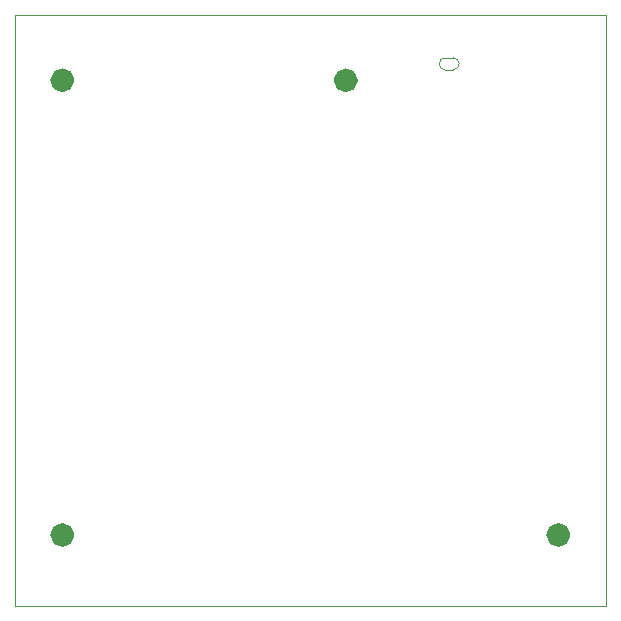
<source format=gm1>
G04 #@! TF.GenerationSoftware,KiCad,Pcbnew,9.0.3*
G04 #@! TF.CreationDate,2025-08-16T00:12:18+02:00*
G04 #@! TF.ProjectId,fw-anwesenheit,66772d61-6e77-4657-9365-6e686569742e,rev?*
G04 #@! TF.SameCoordinates,Original*
G04 #@! TF.FileFunction,Profile,NP*
%FSLAX46Y46*%
G04 Gerber Fmt 4.6, Leading zero omitted, Abs format (unit mm)*
G04 Created by KiCad (PCBNEW 9.0.3) date 2025-08-16 00:12:18*
%MOMM*%
%LPD*%
G01*
G04 APERTURE LIST*
G04 #@! TA.AperFunction,Profile*
%ADD10C,0.050000*%
G04 #@! TD*
G04 #@! TA.AperFunction,Profile*
%ADD11C,1.025000*%
G04 #@! TD*
G04 #@! TA.AperFunction,Profile*
%ADD12C,0.010000*%
G04 #@! TD*
G04 APERTURE END LIST*
D10*
X81000000Y-79500000D02*
X131000000Y-79500000D01*
X131000000Y-129500000D01*
X81000000Y-129500000D01*
X81000000Y-79500000D01*
D11*
X85512500Y-123500000D02*
G75*
G02*
X84487500Y-123500000I-512500J0D01*
G01*
X84487500Y-123500000D02*
G75*
G02*
X85512500Y-123500000I512500J0D01*
G01*
X85512500Y-85000000D02*
G75*
G02*
X84487500Y-85000000I-512500J0D01*
G01*
X84487500Y-85000000D02*
G75*
G02*
X85512500Y-85000000I512500J0D01*
G01*
X127512500Y-123500000D02*
G75*
G02*
X126487500Y-123500000I-512500J0D01*
G01*
X126487500Y-123500000D02*
G75*
G02*
X127512500Y-123500000I512500J0D01*
G01*
X109512500Y-85000000D02*
G75*
G02*
X108487500Y-85000000I-512500J0D01*
G01*
X108487500Y-85000000D02*
G75*
G02*
X109512500Y-85000000I512500J0D01*
G01*
D12*
X117400000Y-83100000D02*
X118100000Y-83100000D01*
X118100000Y-84100000D02*
X117400000Y-84100000D01*
X116900000Y-83600000D02*
G75*
G02*
X117400000Y-83100000I500000J0D01*
G01*
X117400000Y-84100000D02*
G75*
G02*
X116900000Y-83600000I0J500000D01*
G01*
X118100000Y-83100000D02*
G75*
G02*
X118600000Y-83600000I0J-500000D01*
G01*
X118600000Y-83600000D02*
G75*
G02*
X118100000Y-84100000I-500000J0D01*
G01*
M02*

</source>
